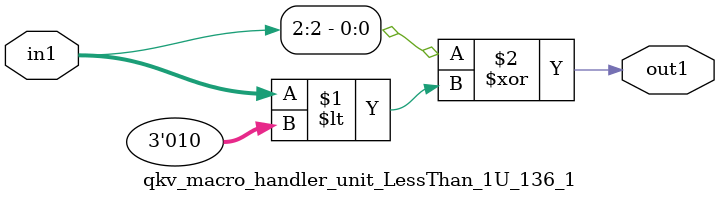
<source format=v>

`timescale 1ps / 1ps


module qkv_macro_handler_unit_LessThan_1U_136_1( in1, out1 );

    input [2:0] in1;
    output out1;

    
    // rtl_process:qkv_macro_handler_hub_LessThan_1U_68_1/qkv_macro_handler_hub_LessThan_1U_68_1_thread_1
    assign out1 = (in1[2] ^ in1 < 3'd2);

endmodule





</source>
